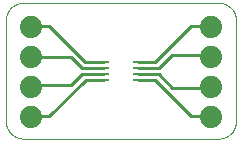
<source format=gtl>
G75*
%MOIN*%
%OFA0B0*%
%FSLAX25Y25*%
%IPPOS*%
%LPD*%
%AMOC8*
5,1,8,0,0,1.08239X$1,22.5*
%
%ADD10C,0.00000*%
%ADD11C,0.07400*%
%ADD12R,0.03740X0.00984*%
%ADD13C,0.01000*%
D10*
X0006906Y0001000D02*
X0071866Y0001000D01*
X0072018Y0001002D01*
X0072170Y0001008D01*
X0072322Y0001018D01*
X0072473Y0001031D01*
X0072624Y0001049D01*
X0072775Y0001070D01*
X0072925Y0001096D01*
X0073074Y0001125D01*
X0073223Y0001158D01*
X0073370Y0001195D01*
X0073517Y0001235D01*
X0073662Y0001280D01*
X0073806Y0001328D01*
X0073949Y0001380D01*
X0074091Y0001435D01*
X0074231Y0001494D01*
X0074370Y0001557D01*
X0074507Y0001623D01*
X0074642Y0001693D01*
X0074775Y0001766D01*
X0074906Y0001843D01*
X0075036Y0001923D01*
X0075163Y0002006D01*
X0075288Y0002092D01*
X0075411Y0002182D01*
X0075531Y0002275D01*
X0075649Y0002371D01*
X0075765Y0002470D01*
X0075878Y0002572D01*
X0075988Y0002676D01*
X0076096Y0002784D01*
X0076200Y0002894D01*
X0076302Y0003007D01*
X0076401Y0003123D01*
X0076497Y0003241D01*
X0076590Y0003361D01*
X0076680Y0003484D01*
X0076766Y0003609D01*
X0076849Y0003736D01*
X0076929Y0003866D01*
X0077006Y0003997D01*
X0077079Y0004130D01*
X0077149Y0004265D01*
X0077215Y0004402D01*
X0077278Y0004541D01*
X0077337Y0004681D01*
X0077392Y0004823D01*
X0077444Y0004966D01*
X0077492Y0005110D01*
X0077537Y0005255D01*
X0077577Y0005402D01*
X0077614Y0005549D01*
X0077647Y0005698D01*
X0077676Y0005847D01*
X0077702Y0005997D01*
X0077723Y0006148D01*
X0077741Y0006299D01*
X0077754Y0006450D01*
X0077764Y0006602D01*
X0077770Y0006754D01*
X0077772Y0006906D01*
X0077772Y0040370D01*
X0077770Y0040522D01*
X0077764Y0040674D01*
X0077754Y0040826D01*
X0077741Y0040977D01*
X0077723Y0041128D01*
X0077702Y0041279D01*
X0077676Y0041429D01*
X0077647Y0041578D01*
X0077614Y0041727D01*
X0077577Y0041874D01*
X0077537Y0042021D01*
X0077492Y0042166D01*
X0077444Y0042310D01*
X0077392Y0042453D01*
X0077337Y0042595D01*
X0077278Y0042735D01*
X0077215Y0042874D01*
X0077149Y0043011D01*
X0077079Y0043146D01*
X0077006Y0043279D01*
X0076929Y0043410D01*
X0076849Y0043540D01*
X0076766Y0043667D01*
X0076680Y0043792D01*
X0076590Y0043915D01*
X0076497Y0044035D01*
X0076401Y0044153D01*
X0076302Y0044269D01*
X0076200Y0044382D01*
X0076096Y0044492D01*
X0075988Y0044600D01*
X0075878Y0044704D01*
X0075765Y0044806D01*
X0075649Y0044905D01*
X0075531Y0045001D01*
X0075411Y0045094D01*
X0075288Y0045184D01*
X0075163Y0045270D01*
X0075036Y0045353D01*
X0074906Y0045433D01*
X0074775Y0045510D01*
X0074642Y0045583D01*
X0074507Y0045653D01*
X0074370Y0045719D01*
X0074231Y0045782D01*
X0074091Y0045841D01*
X0073949Y0045896D01*
X0073806Y0045948D01*
X0073662Y0045996D01*
X0073517Y0046041D01*
X0073370Y0046081D01*
X0073223Y0046118D01*
X0073074Y0046151D01*
X0072925Y0046180D01*
X0072775Y0046206D01*
X0072624Y0046227D01*
X0072473Y0046245D01*
X0072322Y0046258D01*
X0072170Y0046268D01*
X0072018Y0046274D01*
X0071866Y0046276D01*
X0006906Y0046276D01*
X0006754Y0046274D01*
X0006602Y0046268D01*
X0006450Y0046258D01*
X0006299Y0046245D01*
X0006148Y0046227D01*
X0005997Y0046206D01*
X0005847Y0046180D01*
X0005698Y0046151D01*
X0005549Y0046118D01*
X0005402Y0046081D01*
X0005255Y0046041D01*
X0005110Y0045996D01*
X0004966Y0045948D01*
X0004823Y0045896D01*
X0004681Y0045841D01*
X0004541Y0045782D01*
X0004402Y0045719D01*
X0004265Y0045653D01*
X0004130Y0045583D01*
X0003997Y0045510D01*
X0003866Y0045433D01*
X0003736Y0045353D01*
X0003609Y0045270D01*
X0003484Y0045184D01*
X0003361Y0045094D01*
X0003241Y0045001D01*
X0003123Y0044905D01*
X0003007Y0044806D01*
X0002894Y0044704D01*
X0002784Y0044600D01*
X0002676Y0044492D01*
X0002572Y0044382D01*
X0002470Y0044269D01*
X0002371Y0044153D01*
X0002275Y0044035D01*
X0002182Y0043915D01*
X0002092Y0043792D01*
X0002006Y0043667D01*
X0001923Y0043540D01*
X0001843Y0043410D01*
X0001766Y0043279D01*
X0001693Y0043146D01*
X0001623Y0043011D01*
X0001557Y0042874D01*
X0001494Y0042735D01*
X0001435Y0042595D01*
X0001380Y0042453D01*
X0001328Y0042310D01*
X0001280Y0042166D01*
X0001235Y0042021D01*
X0001195Y0041874D01*
X0001158Y0041727D01*
X0001125Y0041578D01*
X0001096Y0041429D01*
X0001070Y0041279D01*
X0001049Y0041128D01*
X0001031Y0040977D01*
X0001018Y0040826D01*
X0001008Y0040674D01*
X0001002Y0040522D01*
X0001000Y0040370D01*
X0001000Y0006906D01*
X0001002Y0006754D01*
X0001008Y0006602D01*
X0001018Y0006450D01*
X0001031Y0006299D01*
X0001049Y0006148D01*
X0001070Y0005997D01*
X0001096Y0005847D01*
X0001125Y0005698D01*
X0001158Y0005549D01*
X0001195Y0005402D01*
X0001235Y0005255D01*
X0001280Y0005110D01*
X0001328Y0004966D01*
X0001380Y0004823D01*
X0001435Y0004681D01*
X0001494Y0004541D01*
X0001557Y0004402D01*
X0001623Y0004265D01*
X0001693Y0004130D01*
X0001766Y0003997D01*
X0001843Y0003866D01*
X0001923Y0003736D01*
X0002006Y0003609D01*
X0002092Y0003484D01*
X0002182Y0003361D01*
X0002275Y0003241D01*
X0002371Y0003123D01*
X0002470Y0003007D01*
X0002572Y0002894D01*
X0002676Y0002784D01*
X0002784Y0002676D01*
X0002894Y0002572D01*
X0003007Y0002470D01*
X0003123Y0002371D01*
X0003241Y0002275D01*
X0003361Y0002182D01*
X0003484Y0002092D01*
X0003609Y0002006D01*
X0003736Y0001923D01*
X0003866Y0001843D01*
X0003997Y0001766D01*
X0004130Y0001693D01*
X0004265Y0001623D01*
X0004402Y0001557D01*
X0004541Y0001494D01*
X0004681Y0001435D01*
X0004823Y0001380D01*
X0004966Y0001328D01*
X0005110Y0001280D01*
X0005255Y0001235D01*
X0005402Y0001195D01*
X0005549Y0001158D01*
X0005698Y0001125D01*
X0005847Y0001096D01*
X0005997Y0001070D01*
X0006148Y0001049D01*
X0006299Y0001031D01*
X0006450Y0001018D01*
X0006602Y0001008D01*
X0006754Y0001002D01*
X0006906Y0001000D01*
D11*
X0009425Y0008323D03*
X0009425Y0018323D03*
X0009425Y0028323D03*
X0009425Y0038323D03*
X0069425Y0038323D03*
X0069425Y0028323D03*
X0069425Y0018323D03*
X0069425Y0008323D03*
D12*
X0044984Y0020547D03*
X0044984Y0022492D03*
X0044984Y0024476D03*
X0044984Y0026421D03*
X0033843Y0026421D03*
X0033843Y0024476D03*
X0033843Y0022492D03*
X0033843Y0020547D03*
D13*
X0027634Y0020547D01*
X0015567Y0008480D01*
X0009583Y0008480D01*
X0009425Y0008323D01*
X0009425Y0018323D02*
X0009819Y0018717D01*
X0022654Y0018717D01*
X0025016Y0021079D01*
X0026429Y0022492D01*
X0033843Y0022492D01*
X0033843Y0024476D02*
X0026343Y0024476D01*
X0022654Y0028165D01*
X0009583Y0028165D01*
X0009425Y0028323D01*
X0009425Y0038323D02*
X0009504Y0038402D01*
X0015567Y0038402D01*
X0027547Y0026421D01*
X0033843Y0026421D01*
X0044984Y0026421D02*
X0050831Y0026421D01*
X0062811Y0038402D01*
X0069346Y0038402D01*
X0069425Y0038323D01*
X0068795Y0028953D02*
X0056512Y0028953D01*
X0052035Y0024476D01*
X0044984Y0024476D01*
X0044984Y0022492D02*
X0051949Y0022492D01*
X0056512Y0017929D01*
X0069031Y0017929D01*
X0069425Y0018323D01*
X0069268Y0008480D02*
X0062811Y0008480D01*
X0050744Y0020547D01*
X0044984Y0020547D01*
X0068795Y0028953D02*
X0069425Y0028323D01*
X0069268Y0008480D02*
X0069425Y0008323D01*
M02*

</source>
